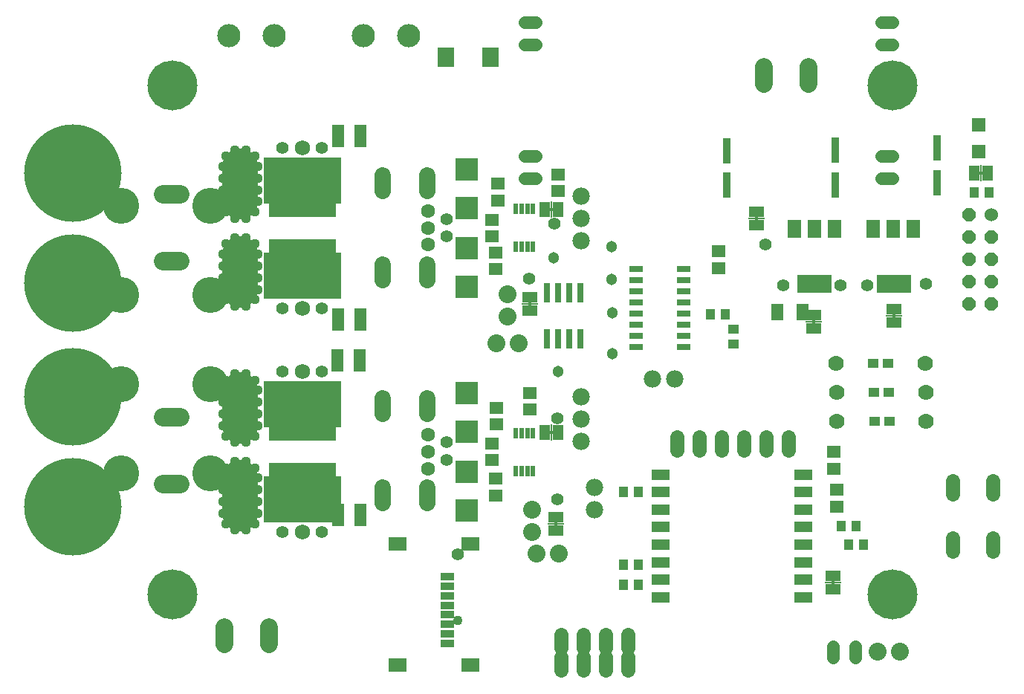
<source format=gts>
G04 EAGLE Gerber RS-274X export*
G75*
%MOMM*%
%FSLAX34Y34*%
%LPD*%
%INSoldermask Top*%
%IPPOS*%
%AMOC8*
5,1,8,0,0,1.08239X$1,22.5*%
G01*
%ADD10R,0.501600X1.301600*%
%ADD11R,1.600200X2.108200*%
%ADD12R,3.911600X2.108200*%
%ADD13R,1.601600X1.401600*%
%ADD14C,2.032000*%
%ADD15C,1.981200*%
%ADD16R,2.101600X1.301600*%
%ADD17C,1.625600*%
%ADD18R,1.101600X1.201600*%
%ADD19R,1.625600X0.736600*%
%ADD20R,8.851600X5.301600*%
%ADD21C,1.109600*%
%ADD22C,1.409600*%
%ADD23C,1.751600*%
%ADD24R,7.620000X2.540000*%
%ADD25R,1.201600X1.101600*%
%ADD26C,1.524000*%
%ADD27P,1.649562X8X292.500000*%
%ADD28C,1.101600*%
%ADD29C,1.401600*%
%ADD30R,2.101600X1.551600*%
%ADD31R,1.601600X0.901600*%
%ADD32R,2.501600X2.501600*%
%ADD33C,2.641600*%
%ADD34R,1.601600X1.601600*%
%ADD35R,1.701800X1.270000*%
%ADD36R,0.304800X0.736600*%
%ADD37R,1.828800X0.152400*%
%ADD38C,11.101600*%
%ADD39R,0.701600X2.301600*%
%ADD40R,1.901600X2.301600*%
%ADD41C,1.778000*%
%ADD42C,1.879600*%
%ADD43C,4.101600*%
%ADD44C,2.082800*%
%ADD45R,1.441600X1.901600*%
%ADD46R,1.371600X2.641600*%
%ADD47R,1.270000X1.701800*%
%ADD48R,0.736600X0.304800*%
%ADD49R,0.152400X1.828800*%
%ADD50R,0.863600X2.971800*%
%ADD51C,1.409600*%
%ADD52C,2.051600*%
%ADD53C,1.422400*%
%ADD54C,4.101600*%
%ADD55C,1.601600*%
%ADD56C,5.689600*%
%ADD57C,1.301600*%


D10*
X504550Y250933D03*
X511050Y250933D03*
X517550Y250933D03*
X524050Y250933D03*
X524050Y294067D03*
X517550Y294067D03*
X511050Y294067D03*
X504550Y294067D03*
D11*
X957606Y526816D03*
X934746Y526816D03*
X911886Y526816D03*
D12*
X935000Y463824D03*
D13*
X482100Y303564D03*
X482100Y322564D03*
X481800Y242000D03*
X481800Y223000D03*
D14*
X522995Y206246D03*
X522995Y180846D03*
X553286Y156313D03*
X527886Y156313D03*
D10*
X504550Y505933D03*
X511050Y505933D03*
X517550Y505933D03*
X524050Y505933D03*
X524050Y549067D03*
X517550Y549067D03*
X511050Y549067D03*
X504550Y549067D03*
D13*
X483956Y559031D03*
X483956Y578031D03*
X481567Y499733D03*
X481567Y480733D03*
D15*
X578648Y335544D03*
X578648Y310144D03*
X578648Y284744D03*
D14*
X494868Y451748D03*
X494868Y426348D03*
X507940Y395879D03*
X482540Y395879D03*
D16*
X669540Y246700D03*
X669540Y226700D03*
X669540Y206700D03*
X669540Y186700D03*
X669540Y166700D03*
X669540Y146700D03*
X669540Y126700D03*
X669540Y106700D03*
X831540Y106700D03*
X831540Y126700D03*
X831540Y146700D03*
X831540Y166700D03*
X831540Y186700D03*
X831540Y206700D03*
X831540Y226700D03*
X831540Y246700D03*
D17*
X815260Y274400D02*
X815260Y289640D01*
X789860Y289640D02*
X789860Y274400D01*
X764460Y274400D02*
X764460Y289640D01*
X739060Y289640D02*
X739060Y274400D01*
X713660Y274400D02*
X713660Y289640D01*
X688260Y289640D02*
X688260Y274400D01*
D18*
X627302Y143487D03*
X644302Y143487D03*
X644228Y121306D03*
X627228Y121306D03*
X883302Y166997D03*
X900302Y166997D03*
D13*
X866803Y272225D03*
X866803Y253225D03*
D18*
X874914Y187531D03*
X891914Y187531D03*
X644149Y227105D03*
X627149Y227105D03*
D15*
X578555Y564090D03*
X578555Y538690D03*
X578555Y513290D03*
D19*
X641610Y468210D03*
X695510Y442810D03*
X641610Y480910D03*
X641610Y455510D03*
X641610Y442810D03*
X695510Y455510D03*
X695510Y430110D03*
X695510Y417410D03*
X641610Y417410D03*
X695510Y392010D03*
X641610Y430110D03*
X641610Y404710D03*
X695510Y404710D03*
X641610Y392010D03*
X695510Y468210D03*
X695510Y480910D03*
D20*
X260930Y218500D03*
X260930Y326500D03*
D21*
X225930Y235000D03*
X243430Y235000D03*
X260930Y235000D03*
X278430Y235000D03*
X295930Y235000D03*
X225930Y217500D03*
X243430Y217500D03*
X260930Y217500D03*
X278430Y217500D03*
X295930Y217500D03*
X225930Y200000D03*
X243430Y200000D03*
X260930Y200000D03*
X278430Y200000D03*
X295930Y200000D03*
X225930Y345000D03*
X260930Y345000D03*
X278430Y345000D03*
X295930Y345000D03*
X225930Y327500D03*
X243430Y327500D03*
X260930Y327500D03*
X278430Y327500D03*
X295930Y327500D03*
X225930Y310000D03*
X243430Y310000D03*
X260930Y310000D03*
X278430Y310000D03*
X295930Y310000D03*
X243430Y345000D03*
D22*
X238350Y180950D03*
D23*
X260930Y180950D03*
D22*
X283510Y180950D03*
X238350Y364050D03*
D23*
X260930Y364050D03*
D22*
X283510Y364050D03*
D24*
X260930Y247100D03*
X260930Y297900D03*
D20*
X260930Y473500D03*
X260930Y581500D03*
D21*
X225930Y490000D03*
X243430Y490000D03*
X260930Y490000D03*
X278430Y490000D03*
X295930Y490000D03*
X225930Y472500D03*
X243430Y472500D03*
X260930Y472500D03*
X278430Y472500D03*
X295930Y472500D03*
X225930Y455000D03*
X243430Y455000D03*
X260930Y455000D03*
X278430Y455000D03*
X295930Y455000D03*
X225930Y600000D03*
X260930Y600000D03*
X278430Y600000D03*
X295930Y600000D03*
X225930Y582500D03*
X243430Y582500D03*
X260930Y582500D03*
X278430Y582500D03*
X295930Y582500D03*
X225930Y565000D03*
X243430Y565000D03*
X260930Y565000D03*
X278430Y565000D03*
X295930Y565000D03*
X243430Y600000D03*
D22*
X238350Y435950D03*
D23*
X260930Y435950D03*
D22*
X283510Y435950D03*
X238350Y619050D03*
D23*
X260930Y619050D03*
D22*
X283510Y619050D03*
D24*
X260930Y502100D03*
X260930Y552900D03*
D18*
X725743Y429145D03*
X742743Y429145D03*
D25*
X752772Y412433D03*
X752772Y395433D03*
D26*
X1046350Y542610D03*
D27*
X1020950Y542610D03*
X1046350Y517210D03*
X1020950Y517210D03*
X1046350Y491810D03*
X1020950Y491810D03*
X1046350Y466410D03*
X1020950Y466410D03*
X1046350Y441010D03*
X1020950Y441010D03*
D28*
X437985Y80699D03*
D29*
X437985Y155699D03*
D15*
X659890Y355499D03*
X685290Y355499D03*
D30*
X452705Y29904D03*
X452705Y167404D03*
X369705Y29904D03*
X369705Y167404D03*
D31*
X426705Y130704D03*
X426705Y119704D03*
X426705Y108704D03*
X426705Y97704D03*
X426705Y86704D03*
X426705Y75704D03*
X426705Y64704D03*
X426705Y53704D03*
D11*
X867606Y526874D03*
X844746Y526874D03*
X821886Y526874D03*
D12*
X845000Y463882D03*
D15*
X594169Y231508D03*
X594169Y206108D03*
D32*
X448270Y550500D03*
X448270Y594500D03*
X448270Y504500D03*
X448270Y460500D03*
X448270Y295500D03*
X448270Y339500D03*
X448270Y249500D03*
X448270Y205500D03*
D13*
X477233Y537000D03*
X477233Y518000D03*
X477000Y282000D03*
X477000Y263000D03*
D33*
X177533Y746478D03*
X229533Y746478D03*
X382533Y746478D03*
X330533Y746478D03*
D13*
X735478Y481911D03*
X735478Y500911D03*
D18*
X1043314Y567624D03*
X1026314Y567624D03*
D34*
X1031561Y644697D03*
X1031561Y614777D03*
D35*
X778947Y546023D03*
X778947Y530783D03*
D36*
X778947Y538403D03*
D37*
X778947Y538403D03*
D35*
X843730Y428570D03*
X843730Y413330D03*
D36*
X843730Y420950D03*
D37*
X843730Y420950D03*
D35*
X935000Y434920D03*
X935000Y419680D03*
D36*
X935000Y427300D03*
D37*
X935000Y427300D03*
D38*
X0Y590000D03*
X0Y465000D03*
X0Y210000D03*
X0Y335000D03*
D39*
X565588Y453626D03*
X565588Y401626D03*
X578288Y453626D03*
X552888Y453626D03*
X540188Y453626D03*
X578288Y401626D03*
X552888Y401626D03*
X540188Y401626D03*
D40*
X424680Y722225D03*
X475680Y722225D03*
D41*
X971160Y373380D03*
X869560Y373380D03*
D42*
X353060Y569410D02*
X353060Y587190D01*
X403860Y587190D02*
X403860Y569410D01*
X353060Y485590D02*
X353060Y467810D01*
X403860Y467810D02*
X403860Y485590D01*
X353060Y333190D02*
X353060Y315410D01*
X403860Y315410D02*
X403860Y333190D01*
X353060Y231590D02*
X353060Y213810D01*
X403860Y213810D02*
X403860Y231590D01*
D41*
X869950Y340360D03*
X971550Y340360D03*
X971550Y307340D03*
X869950Y307340D03*
D43*
X54610Y552450D03*
X54610Y450850D03*
X156210Y552450D03*
X156210Y450850D03*
X54610Y349250D03*
X54610Y247650D03*
X156210Y349250D03*
X156210Y247650D03*
D13*
X552450Y569620D03*
X552450Y588620D03*
X520700Y320700D03*
X520700Y339700D03*
D44*
X121666Y236220D02*
X101854Y236220D01*
X101854Y312420D02*
X121666Y312420D01*
X121666Y490220D02*
X101854Y490220D01*
X101854Y566420D02*
X121666Y566420D01*
D45*
X830910Y431800D03*
X802310Y431800D03*
D46*
X327056Y422878D03*
X301656Y422878D03*
X301727Y200419D03*
X327127Y200419D03*
D35*
X520684Y433161D03*
X520684Y448401D03*
D36*
X520684Y440781D03*
D37*
X520684Y440781D03*
D35*
X549688Y182688D03*
X549688Y197928D03*
D36*
X549688Y190308D03*
D37*
X549688Y190308D03*
D47*
X537210Y294640D03*
X552450Y294640D03*
D48*
X544830Y294640D03*
D49*
X544830Y294640D03*
D47*
X537210Y548640D03*
X552450Y548640D03*
D48*
X544830Y548640D03*
D49*
X544830Y548640D03*
D22*
X519430Y469900D03*
X551855Y218254D03*
X551807Y310303D03*
X548597Y532614D03*
D25*
X928860Y373380D03*
X911860Y373380D03*
X912640Y340360D03*
X929640Y340360D03*
X930130Y307340D03*
X913130Y307340D03*
D17*
X1002284Y174498D02*
X1002284Y159258D01*
X1047496Y159258D02*
X1047496Y174498D01*
X1002284Y224282D02*
X1002284Y239522D01*
X1047496Y239522D02*
X1047496Y224282D01*
X556023Y64150D02*
X556023Y48910D01*
X581423Y48910D02*
X581423Y64150D01*
X606823Y64150D02*
X606823Y48910D01*
X632223Y48910D02*
X632223Y64150D01*
D22*
X808990Y462280D03*
X971550Y463550D03*
X789178Y508648D03*
D50*
X744419Y576223D03*
X744419Y615847D03*
X868329Y576853D03*
X868329Y616477D03*
X984386Y578815D03*
X984386Y618439D03*
D47*
X1041750Y590098D03*
X1026510Y590098D03*
D48*
X1034130Y590098D03*
D49*
X1034130Y590098D03*
D51*
X527240Y736600D02*
X514160Y736600D01*
X514160Y762000D02*
X527240Y762000D01*
X920560Y584200D02*
X933640Y584200D01*
X933640Y609600D02*
X920560Y609600D01*
X920560Y736600D02*
X933640Y736600D01*
X933640Y762000D02*
X920560Y762000D01*
X527240Y584200D02*
X514160Y584200D01*
X514160Y609600D02*
X527240Y609600D01*
D52*
X837841Y691841D02*
X837841Y711341D01*
X787041Y711341D02*
X787041Y691841D01*
X172631Y72814D02*
X172631Y53314D01*
X223431Y53314D02*
X223431Y72814D01*
D53*
X891540Y51054D02*
X891540Y37846D01*
X866140Y37846D02*
X866140Y51054D01*
D14*
X942340Y44450D03*
X916940Y44450D03*
D13*
X869950Y229210D03*
X869950Y210210D03*
D35*
X866182Y131020D03*
X866182Y115780D03*
D36*
X866182Y123400D03*
D37*
X866182Y123400D03*
D21*
X196850Y616400D03*
X196850Y438600D03*
D54*
X190500Y557500D02*
X190500Y597500D01*
X190500Y497500D02*
X190500Y457500D01*
D55*
X404500Y508400D03*
X404500Y527500D03*
X404500Y546600D03*
D21*
X184150Y438600D03*
X184150Y616400D03*
X174250Y609250D03*
X170500Y597500D03*
X170500Y584250D03*
X170500Y570750D03*
X170500Y557500D03*
X174250Y545750D03*
X184250Y538500D03*
X196750Y538500D03*
X206750Y545750D03*
X210500Y557500D03*
X210500Y570750D03*
X210500Y584250D03*
X210500Y597500D03*
X206750Y609250D03*
X174250Y445750D03*
X170500Y457500D03*
X170500Y470750D03*
X170500Y484250D03*
X170500Y497500D03*
X174250Y509250D03*
X184250Y516500D03*
X196750Y516500D03*
X206750Y509250D03*
X210500Y497500D03*
X210500Y484000D03*
X210500Y470750D03*
X210500Y457500D03*
X206750Y445750D03*
X196850Y361400D03*
X196850Y183600D03*
D54*
X190500Y302500D02*
X190500Y342500D01*
X190500Y242500D02*
X190500Y202500D01*
D55*
X404500Y253400D03*
X404500Y272500D03*
X404500Y291600D03*
D21*
X184150Y183600D03*
X184150Y361400D03*
X174250Y354250D03*
X170500Y342500D03*
X170500Y329250D03*
X170500Y315750D03*
X170500Y302500D03*
X174250Y290750D03*
X184250Y283500D03*
X196750Y283500D03*
X206750Y290750D03*
X210500Y302500D03*
X210500Y315750D03*
X210500Y329250D03*
X210500Y342500D03*
X206750Y354250D03*
X174250Y190750D03*
X170500Y202500D03*
X170500Y215750D03*
X170500Y229250D03*
X170500Y242500D03*
X174250Y254250D03*
X184250Y261500D03*
X196750Y261500D03*
X206750Y254250D03*
X210500Y242500D03*
X210500Y229000D03*
X210500Y215750D03*
X210500Y202500D03*
X206750Y190750D03*
D22*
X425450Y283210D03*
X425450Y262890D03*
X425450Y537210D03*
X425450Y518160D03*
X874126Y462457D03*
X904575Y462596D03*
D46*
X301956Y632387D03*
X327356Y632387D03*
X301478Y377017D03*
X326878Y377017D03*
D17*
X556023Y38750D02*
X556023Y23510D01*
X581423Y23510D02*
X581423Y38750D01*
X606823Y38750D02*
X606823Y23510D01*
X632223Y23510D02*
X632223Y38750D01*
D56*
X113386Y689765D03*
X933329Y689948D03*
X113386Y109665D03*
X933329Y109648D03*
D57*
X552249Y364130D03*
X614420Y384676D03*
X547593Y493477D03*
X613341Y506226D03*
X613410Y468630D03*
X613997Y431242D03*
M02*

</source>
